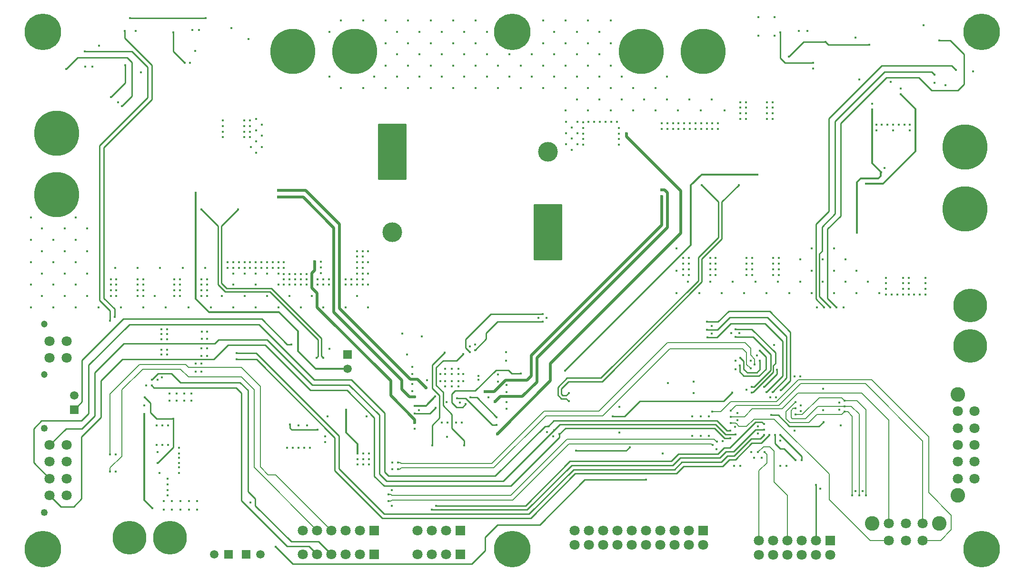
<source format=gbl>
G04*
G04 #@! TF.GenerationSoftware,Altium Limited,Altium Designer,24.10.1 (45)*
G04*
G04 Layer_Physical_Order=6*
G04 Layer_Color=16711680*
%FSLAX25Y25*%
%MOIN*%
G70*
G04*
G04 #@! TF.SameCoordinates,2ED57A9A-72F5-4DC9-83BB-2DC3BA24BD7A*
G04*
G04*
G04 #@! TF.FilePolarity,Positive*
G04*
G01*
G75*
%ADD10C,0.00984*%
%ADD11C,0.01181*%
%ADD15C,0.01000*%
%ADD122C,0.00800*%
%ADD123C,0.00800*%
%ADD124C,0.01968*%
%ADD125C,0.10236*%
%ADD126C,0.07087*%
%ADD127R,0.07087X0.07087*%
%ADD128C,0.05906*%
%ADD129R,0.05906X0.05906*%
%ADD130C,0.25591*%
G04:AMPARAMS|DCode=131|XSize=393.7mil|YSize=196.85mil|CornerRadius=1.97mil|HoleSize=0mil|Usage=FLASHONLY|Rotation=270.000|XOffset=0mil|YOffset=0mil|HoleType=Round|Shape=RoundedRectangle|*
%AMROUNDEDRECTD131*
21,1,0.39370,0.19291,0,0,270.0*
21,1,0.38976,0.19685,0,0,270.0*
1,1,0.00394,-0.09646,-0.19488*
1,1,0.00394,-0.09646,0.19488*
1,1,0.00394,0.09646,0.19488*
1,1,0.00394,0.09646,-0.19488*
%
%ADD131ROUNDEDRECTD131*%
%ADD132C,0.13780*%
%ADD133R,0.05906X0.05906*%
%ADD134C,0.04921*%
%ADD135C,0.23622*%
%ADD136C,0.31496*%
%ADD137C,0.04724*%
%ADD138C,0.01772*%
%ADD139C,0.02362*%
D10*
X73228Y373622D02*
Y378740D01*
Y373622D02*
X92279Y354571D01*
X78223Y364173D02*
X89130Y353267D01*
X45079Y364173D02*
X78223D01*
X89130Y331773D02*
Y353267D01*
X92279Y330468D02*
Y354571D01*
X55512Y298155D02*
X89130Y331773D01*
X55512Y190034D02*
Y298155D01*
X58661Y296850D02*
X92279Y330468D01*
X58661Y191339D02*
Y296850D01*
Y191339D02*
X66142Y183858D01*
X55512Y190034D02*
X62992Y182554D01*
Y175591D02*
Y182554D01*
X66142Y178347D02*
Y183858D01*
X165585Y148425D02*
X220329Y93681D01*
X151575Y148425D02*
X165585D01*
X151696Y152756D02*
X165354D01*
X223228Y94882D01*
X220329Y70616D02*
Y93681D01*
X223228Y71817D02*
Y94882D01*
Y71817D02*
X254744Y40301D01*
X220329Y70616D02*
X253543Y37402D01*
X480975Y169291D02*
X488229D01*
X496890Y177953D01*
X480859Y174803D02*
X488583D01*
X496063Y182283D01*
X497638Y173622D02*
X521654D01*
X481128Y163779D02*
X487795D01*
X497638Y173622D01*
X496063Y182283D02*
X524803D01*
X539370Y167717D01*
X521654Y173622D02*
X533858Y161417D01*
Y137008D02*
Y161417D01*
X539370Y133465D02*
Y167717D01*
X500787Y169685D02*
X512205D01*
X528740Y153150D01*
X500787Y164173D02*
X513262D01*
X525591Y151845D01*
X496890Y177953D02*
X523268D01*
X532677Y126772D02*
X539370Y133465D01*
X523268Y177953D02*
X536614Y164606D01*
X389370Y84646D02*
X424333D01*
X426772Y87084D01*
X603268Y354331D02*
X652362D01*
X655315Y351378D01*
X605062Y350000D02*
X638189D01*
X640158Y348031D01*
X661024Y341339D02*
Y362205D01*
X643701Y372047D02*
X651181D01*
X661024Y362205D01*
X656693Y337008D02*
X661024Y341339D01*
X638189Y337008D02*
X656693D01*
X629134Y346063D02*
X638189Y337008D01*
X606693Y346063D02*
X629134D01*
X566142Y317204D02*
X603268Y354331D01*
X570472Y315410D02*
X605062Y350000D01*
X574409Y313779D02*
X606693Y346063D01*
X566142Y252243D02*
Y317204D01*
X570472Y250450D02*
Y315410D01*
X574409Y248819D02*
Y313779D01*
X557087Y243188D02*
X566142Y252243D01*
X561417Y241394D02*
X570472Y250450D01*
X565354Y239764D02*
X574409Y248819D01*
X565354Y191339D02*
Y239764D01*
Y191339D02*
X571654Y185039D01*
X559630Y222622D02*
X561417Y224410D01*
Y241394D01*
X559630Y192732D02*
Y222622D01*
Y192732D02*
X567323Y185039D01*
X557087Y190945D02*
Y243188D01*
Y190945D02*
X562992Y185039D01*
X522441Y125591D02*
X533858Y137008D01*
X526772Y125591D02*
X536614Y135433D01*
Y164606D01*
X528740Y145669D02*
Y153150D01*
X527362Y144291D02*
X528740Y145669D01*
X527362Y139567D02*
Y144291D01*
X513340Y125544D02*
X527362Y139567D01*
X525591Y140945D02*
Y151845D01*
X520866Y129134D02*
X529921Y138189D01*
Y141339D01*
X488976Y234049D02*
Y258957D01*
X474803Y219876D02*
X488976Y234049D01*
X474803Y203734D02*
Y219876D01*
X477165Y202756D02*
Y218898D01*
X491339Y233071D02*
Y258957D01*
X477165Y218898D02*
X491339Y233071D01*
X384055Y125000D02*
X384055D01*
X382283Y123228D02*
X384055Y125000D01*
X382283Y120866D02*
X384055Y119095D01*
X378943Y120866D02*
X382283D01*
X379921Y123228D02*
X382283D01*
X376378Y123431D02*
X378943Y120866D01*
X378740Y124409D02*
X379921Y123228D01*
X376378Y123431D02*
Y128931D01*
X378740Y124409D02*
Y127953D01*
X376378Y128931D02*
X382880Y135433D01*
X378740Y127953D02*
X383858Y133071D01*
X382880Y135433D02*
X406502D01*
X383858Y133071D02*
X407480D01*
X406502Y135433D02*
X474803Y203734D01*
X407480Y133071D02*
X477165Y202756D01*
X491339Y258957D02*
X503051Y270669D01*
X477264D02*
X488976Y258957D01*
X512205Y125394D02*
X512355Y125544D01*
X513340D01*
X512205Y129134D02*
X513779D01*
X525591Y140945D01*
X506693Y137008D02*
X517323D01*
X522047Y141732D01*
Y150394D01*
X517913Y154528D02*
X522047Y150394D01*
X231890Y134252D02*
X255118Y111024D01*
X230315Y130709D02*
X251575Y109449D01*
Y68217D02*
X256406Y63386D01*
X228740Y126772D02*
X248031Y107480D01*
X255118Y69685D02*
X257874Y66929D01*
X255118Y69685D02*
Y111024D01*
X248031Y66750D02*
X254939Y59842D01*
X251575Y68217D02*
Y109449D01*
X248031Y66750D02*
Y107480D01*
X205906Y134252D02*
X231890D01*
X167323Y172835D02*
X205906Y134252D01*
X204438Y130709D02*
X230315D01*
X172942Y162205D02*
X204438Y130709D01*
X203364Y126772D02*
X228740D01*
X171474Y158661D02*
X203364Y126772D01*
X288189Y43307D02*
X355034D01*
X288583Y88189D02*
Y102362D01*
X293701Y107480D01*
Y123228D01*
X288583Y128347D02*
X293701Y123228D01*
X288583Y128347D02*
Y144488D01*
X297351Y153256D01*
X311024Y88189D02*
Y91732D01*
X302362Y100394D02*
Y109843D01*
Y100394D02*
X311024Y91732D01*
X296063Y116142D02*
X302362Y109843D01*
X296063Y116142D02*
Y125591D01*
X291339Y130315D02*
X296063Y125591D01*
X291339Y130315D02*
Y142913D01*
X296063Y147638D01*
X305512D01*
X310236Y152362D01*
X286811Y110433D02*
X290945Y114567D01*
X276181Y110433D02*
X286811D01*
X288189Y43307D02*
X288189Y43307D01*
X355034D02*
X386137Y74409D01*
X357480Y37402D02*
X388583Y68504D01*
X356279Y40301D02*
X387382Y71403D01*
X254744Y40301D02*
X356279Y40301D01*
X353893Y46063D02*
X384995Y77165D01*
X291339Y46063D02*
X353893Y46063D01*
X253543Y37402D02*
X357480Y37402D01*
X384995Y77165D02*
X455861Y77165D01*
X386137Y74409D02*
X457003Y74409D01*
X387382Y71403D02*
X458248Y71403D01*
X388583Y68504D02*
X459449Y68504D01*
X455861Y77165D02*
X460979Y82284D01*
X457003Y74409D02*
X462121Y79527D01*
X458248Y71403D02*
X463366Y76521D01*
X459449Y68504D02*
X464567Y73622D01*
X140945Y201969D02*
Y241831D01*
X152657Y253543D01*
X140945Y201969D02*
X144639Y198275D01*
X138583Y200990D02*
X143660Y195912D01*
X138583Y200990D02*
Y241831D01*
X126870Y253543D02*
X138583Y241831D01*
X143660Y195912D02*
X174954D01*
X208661Y162205D01*
X144639Y198275D02*
X175932D01*
X211024Y163183D01*
Y150787D02*
X212205Y149606D01*
X207480D02*
X208661Y150787D01*
Y162205D01*
X211024Y150787D02*
Y163183D01*
X169291Y176772D02*
X187008Y159055D01*
X189764D01*
X72047Y176772D02*
X169291D01*
X145669Y158661D02*
X171474D01*
X76378Y172835D02*
X167323D01*
X138976Y162205D02*
X172942D01*
X48031Y110630D02*
Y144488D01*
X42913Y94095D02*
X56693Y107874D01*
X52362Y139370D02*
X72441Y159449D01*
X43307Y100000D02*
X52362Y109055D01*
Y139370D01*
X56693Y107874D02*
Y133465D01*
X42913Y105512D02*
X48031Y110630D01*
Y144488D02*
X76378Y172835D01*
X56693Y133465D02*
X71653Y148425D01*
X37736Y113189D02*
Y113189D01*
X40197Y115650D02*
X40197D01*
X43307Y118760D02*
Y148031D01*
X40197Y115650D02*
X43307Y118760D01*
X37736Y113189D02*
X40197Y115650D01*
X43307Y148031D02*
X72047Y176772D01*
X37402Y45276D02*
X42913Y50787D01*
X20669Y53150D02*
X28543Y45276D01*
X37402D01*
X42913Y50787D02*
Y94095D01*
X32087Y100000D02*
X43307D01*
X20669Y88583D02*
X32087Y100000D01*
X72441Y159449D02*
X136221D01*
X138976Y162205D01*
X135433Y148425D02*
X145669Y158661D01*
X71653Y148425D02*
X135433D01*
X9449Y100000D02*
X14961Y105512D01*
X9449Y76181D02*
Y100000D01*
X14961Y105512D02*
X42913D01*
X9449Y76181D02*
X20669Y64961D01*
X343701Y59842D02*
X377690Y93831D01*
X254939Y59842D02*
X343701Y59842D01*
X332677Y66929D02*
X367499Y101751D01*
X257874Y66929D02*
X332677Y66929D01*
X367499Y101751D02*
X369861D01*
X256406Y63386D02*
X338189Y63386D01*
X373775Y98972D01*
X377690Y93831D02*
Y96193D01*
X369861Y101751D02*
X373622Y105512D01*
X487795Y105512D01*
X377690Y96193D02*
X381890Y100394D01*
X486221Y100394D01*
X373775Y98972D02*
X377809Y103006D01*
X486758Y103006D01*
X487795Y105512D02*
X494779Y98528D01*
X486758Y103006D02*
X493812Y95952D01*
X486221Y100394D02*
X493307Y93307D01*
X464567Y73622D02*
X491732D01*
X496457Y78347D01*
X500787D01*
X512205Y89764D01*
X557323Y21732D02*
Y60630D01*
X159449Y55905D02*
X164567Y50787D01*
Y46063D02*
X189764Y20866D01*
X164567Y46063D02*
Y50787D01*
X154995Y49730D02*
X187008Y17717D01*
X154995Y49730D02*
Y124927D01*
X159449Y55905D02*
Y126772D01*
X92126Y134252D02*
X96457Y138583D01*
X105905D01*
X112205Y132283D01*
X153937D02*
X159449Y126772D01*
X112205Y132283D02*
X153937D01*
X151181Y128740D02*
X154995Y124927D01*
X93701Y128740D02*
X151181D01*
X92126Y130315D02*
X93701Y128740D01*
X189764Y20866D02*
X208976D01*
X218032Y11811D01*
X187008Y17717D02*
X202126D01*
X208032Y11811D01*
X334252Y174966D02*
X365748D01*
X311811Y162598D02*
X329528Y180315D01*
X311811Y156641D02*
Y162598D01*
X329528Y180315D02*
X365748D01*
X311811Y156641D02*
X314967Y153484D01*
X326349Y167063D02*
X334252Y174966D01*
X326349Y162760D02*
Y167063D01*
X318446Y154857D02*
X326349Y162760D01*
X504331Y149606D02*
X506693Y147244D01*
X304528Y126575D02*
X318701D01*
X333071Y140945D01*
X341732D02*
X344094Y138583D01*
X333071Y140945D02*
X341732D01*
X344094Y138583D02*
X350394D01*
X302362Y124409D02*
X304528Y126575D01*
X302362Y118110D02*
Y124409D01*
Y118110D02*
X305512Y114961D01*
X309842D01*
X312008Y117126D01*
X311780Y121290D02*
X330512Y102559D01*
X333661D01*
X305906Y121290D02*
X311780D01*
X319799Y121933D02*
X333661Y108071D01*
X315342Y121933D02*
X319799D01*
X91339Y111417D02*
Y117913D01*
X87205Y122047D02*
X91339Y117913D01*
Y111417D02*
X95669Y107087D01*
X107087D01*
X96063Y75984D02*
X107087Y87008D01*
Y107087D01*
X188976Y100394D02*
X190059Y99311D01*
X208169D01*
X188976Y100394D02*
Y102756D01*
X188976Y102756D02*
X188976Y102756D01*
X462121Y79527D02*
X489724D01*
X463366Y76521D02*
X490969D01*
X460979Y82284D02*
X488583D01*
X489724Y79527D02*
X494055Y83858D01*
X490969Y76521D02*
X495300Y80852D01*
X488583Y82284D02*
X492913Y86614D01*
X496850D01*
X514961Y104724D01*
X519309D01*
X520884Y103149D01*
X494055Y83858D02*
X499606D01*
X514945Y99197D01*
X517709D02*
X517921Y99409D01*
X514945Y99197D02*
X517709D01*
X517921Y99409D02*
X520867D01*
X528543Y89567D02*
X532283Y85827D01*
X535039D01*
X542913Y77953D01*
X532283Y95669D02*
X547244Y80709D01*
Y77953D02*
Y80709D01*
X528543Y89567D02*
Y95669D01*
X494779Y98528D02*
X497104D01*
X497142Y98490D01*
X493307Y93307D02*
X497244D01*
X493812Y95952D02*
X500873D01*
X495300Y80852D02*
X499750D01*
X512205Y89764D02*
X518791D01*
X524697Y95669D01*
X499750Y80852D02*
X511811Y92913D01*
X518094D01*
X520850Y95669D01*
X525984Y109449D02*
X530709D01*
X538583Y101575D02*
X559252D01*
X530709Y109449D02*
X538583Y101575D01*
X503921Y144110D02*
X503937Y144095D01*
X517913Y141535D02*
Y147638D01*
X515748Y139370D02*
X517913Y141535D01*
X509055Y139370D02*
X515748D01*
X506693Y141732D02*
X509055Y139370D01*
X506693Y141732D02*
Y147244D01*
X503937Y139764D02*
X506693Y137008D01*
X503937Y139764D02*
Y144095D01*
X559252Y101575D02*
X562402Y104724D01*
D11*
X469685Y228740D02*
Y270472D01*
X381496Y140551D02*
X469685Y228740D01*
X477165Y277953D02*
X516142D01*
X469685Y270472D02*
X477165Y277953D01*
X585827Y237402D02*
Y272441D01*
X588583Y275197D01*
X600787D01*
X602643Y277052D01*
Y279415D01*
X602756Y279528D01*
X616535Y334252D02*
X626772Y324016D01*
Y294094D02*
Y324016D01*
X604331Y271654D02*
X626772Y294094D01*
X592126Y271654D02*
X604331D01*
X596457Y285827D02*
Y323622D01*
Y285827D02*
X602756Y279528D01*
X122835Y190945D02*
Y265354D01*
X132283Y181496D02*
X181102D01*
X122835Y190945D02*
X132283Y181496D01*
X194488Y154331D02*
Y168110D01*
Y154331D02*
X206850Y141969D01*
X181102Y181496D02*
X194488Y168110D01*
X206850Y141969D02*
X229331D01*
X284055Y115945D02*
X290551Y122441D01*
X276181Y115945D02*
X284055D01*
X87008Y49803D02*
Y110236D01*
Y49803D02*
X92520Y44291D01*
X228346Y97244D02*
X236221Y89370D01*
X228346Y97244D02*
Y113386D01*
X236221Y82677D02*
Y89370D01*
D15*
X363779Y32677D02*
X395276Y64173D01*
X334252Y32677D02*
X363779D01*
X395276Y64173D02*
X438189D01*
X325590Y24016D02*
X334252Y32677D01*
X325590Y14567D02*
Y24016D01*
X316142Y5118D02*
X325590Y14567D01*
X190945Y5118D02*
X316142D01*
X178740Y17323D02*
X190945Y5118D01*
X414961Y108661D02*
X423228D01*
X433858Y119291D01*
X492520D01*
X498425Y125197D01*
X107087Y364173D02*
X115157Y356102D01*
X107087Y364173D02*
Y377559D01*
X76968Y387598D02*
X129724D01*
X565748Y368898D02*
X594488D01*
X563779Y370866D02*
X565748Y368898D01*
X535465Y356267D02*
X555283D01*
X532283Y359449D02*
X535465Y356267D01*
X532283Y359449D02*
Y377559D01*
X538189Y360630D02*
X548425Y370866D01*
X563779D01*
X40157Y359842D02*
X75005D01*
X32283Y351969D02*
X40157Y359842D01*
X75005D02*
X78347Y356501D01*
Y333071D02*
Y356501D01*
X71260Y325984D02*
X78347Y333071D01*
X63681Y332382D02*
X73622Y342323D01*
Y354724D01*
D122*
X265988Y71653D02*
X266775Y72441D01*
X264413Y71653D02*
X265988D01*
X265988Y76378D02*
X266775Y75590D01*
X264413Y76378D02*
X265988D01*
X257874Y53937D02*
X259449D01*
X260236Y53150D01*
X343577D01*
X257874Y49213D02*
X259449D01*
X260236Y50000D01*
X344882D01*
X343577Y53150D02*
X382947Y92520D01*
X344882Y50000D02*
X384252Y89370D01*
X382947Y92520D02*
X485957Y92520D01*
X384252Y89370D02*
X483968Y89370D01*
X592126Y53150D02*
Y113386D01*
X585827Y119685D02*
X592126Y113386D01*
X577165Y119685D02*
X585827D01*
X587402Y53150D02*
Y110236D01*
X581890Y115748D02*
X587402Y110236D01*
X577165Y115748D02*
X581890D01*
X582677Y53150D02*
Y108661D01*
X579528Y111811D02*
X582677Y108661D01*
X577165Y111811D02*
X579528D01*
X536221Y111811D02*
X542913Y118504D01*
X536221Y107087D02*
Y111811D01*
X539764Y107874D02*
X540551Y107087D01*
X539764Y107874D02*
Y112598D01*
X541339Y114173D01*
X540551Y107087D02*
X550000D01*
X484787Y88551D02*
X484922D01*
X483968Y89370D02*
X484787Y88551D01*
X83465Y144882D02*
X115748D01*
X117717Y142913D01*
X154724D01*
X168110Y129527D01*
Y73228D02*
Y129527D01*
Y73228D02*
X173622Y67716D01*
X178858D01*
X218032Y28543D01*
X163779Y72795D02*
Y127165D01*
Y72795D02*
X208032Y28543D01*
X154724Y136221D02*
X163779Y127165D01*
X117717Y136221D02*
X154724D01*
X112205Y141732D02*
X117717Y136221D01*
X85827Y141732D02*
X112205D01*
X62992Y124409D02*
X83465Y144882D01*
X71260Y127165D02*
X85827Y141732D01*
X71260Y80709D02*
Y127165D01*
X62992Y72441D02*
X71260Y80709D01*
X62992Y70079D02*
Y72441D01*
Y81890D02*
Y124409D01*
X485957Y92520D02*
X487532Y90945D01*
X487795D01*
X575197Y121653D02*
X577165Y119685D01*
X559449Y121653D02*
X575197D01*
X547638Y109843D02*
X559449Y121653D01*
X575197Y109843D02*
X577165Y111811D01*
X557874Y109843D02*
X575197D01*
X550000Y107087D02*
X558661Y115748D01*
X577140D01*
X552362Y104331D02*
X557874Y109843D01*
X538976Y104331D02*
X552362D01*
X536221Y107087D02*
X538976Y104331D01*
X541339Y114173D02*
X542913D01*
Y109843D02*
X542913Y109843D01*
X547638D01*
D123*
X368110Y109055D02*
X407874D01*
X454879Y156060D02*
X505751D01*
X366806Y112205D02*
X405118D01*
X407874Y109055D02*
X454879Y156060D01*
X453150Y160236D02*
X507480D01*
X405118Y112205D02*
X453150Y160236D01*
X330191Y75590D02*
X366806Y112205D01*
X266775Y75590D02*
X330191D01*
X331496Y72441D02*
X368110Y109055D01*
X266775Y72441D02*
X331496D01*
X527953Y106693D02*
X566535Y68110D01*
Y50394D02*
Y68110D01*
Y50394D02*
X595276Y21654D01*
X631890Y33465D02*
Y91339D01*
X546457Y131496D02*
X591732D01*
X544488Y124803D02*
X589370D01*
X544882Y134252D02*
X596063D01*
X608268Y33465D02*
Y105905D01*
X636221Y55118D02*
Y94095D01*
X596063Y134252D02*
X636221Y94095D01*
X591732Y131496D02*
X631890Y91339D01*
X589370Y124803D02*
X608268Y105905D01*
X631890Y21654D02*
X644488D01*
X651968Y29134D01*
Y39370D01*
X636221Y55118D02*
X651968Y39370D01*
X529528Y118898D02*
X544882Y134252D01*
X497638Y118898D02*
X529528D01*
X490535Y111795D02*
X497638Y118898D01*
X531102Y116142D02*
X546457Y131496D01*
X501181Y116142D02*
X531102D01*
X497638Y112598D02*
X501181Y116142D01*
X512598Y113779D02*
X533465D01*
X544488Y124803D01*
X484646Y111795D02*
X490535D01*
X507102Y108283D02*
X512598Y113779D01*
X497638Y108268D02*
X497653Y108283D01*
X507102D01*
X595276Y21654D02*
X608268D01*
X513779Y106693D02*
X527953D01*
X508661Y101575D02*
X513779Y106693D01*
X503363Y101575D02*
X508661D01*
X501379Y103559D02*
X503363Y101575D01*
X501346Y103559D02*
X501379D01*
X500968Y103937D02*
X501346Y103559D01*
X497638Y103937D02*
X500968D01*
X507480Y160236D02*
X511417Y156299D01*
Y151485D02*
Y156299D01*
X517323Y70473D02*
X522835Y75984D01*
X521260Y83465D02*
X522835Y81890D01*
Y75984D02*
Y81890D01*
X517323Y21732D02*
Y70473D01*
X527867Y62684D02*
X537323Y53228D01*
Y21732D02*
Y53228D01*
X527867Y62684D02*
Y84338D01*
X520472Y87402D02*
X524803D01*
X527867Y84338D01*
X516535Y83465D02*
X520472Y87402D01*
X505751Y156060D02*
X508661Y153150D01*
Y144882D02*
X511417Y142126D01*
X508661Y144882D02*
Y153150D01*
X511417Y151485D02*
X514173Y148729D01*
Y144882D02*
Y148729D01*
D124*
X207874Y185039D02*
Y194882D01*
X259449Y123106D02*
Y133465D01*
X207874Y185039D02*
X259449Y133465D01*
Y123106D02*
X276181Y106374D01*
X219685Y181496D02*
X267323Y133858D01*
X219685Y181496D02*
Y240716D01*
X223622Y184252D02*
Y243307D01*
X273228Y134646D02*
X278346D01*
X223622Y184252D02*
X273228Y134646D01*
X267323Y127559D02*
Y133858D01*
X276181Y104134D02*
Y106374D01*
X267323Y127559D02*
X272638Y122244D01*
X276095D01*
X204331Y198425D02*
X207874Y194882D01*
X334055Y96260D02*
X371260Y133465D01*
Y145669D01*
X336221Y122441D02*
X351575D01*
X332677Y118898D02*
X336221Y122441D01*
X351575D02*
X361811Y132677D01*
Y149583D01*
X339839Y133858D02*
X354724D01*
X325590Y125984D02*
X331965D01*
X339839Y133858D01*
X354724D02*
X357874Y137008D01*
Y151214D01*
X361811Y149583D02*
X453150Y240922D01*
X357874Y151214D02*
X449213Y242552D01*
X371260Y145669D02*
X462598Y237008D01*
X451289Y267215D02*
X453150Y265354D01*
X449213Y267215D02*
X451289D01*
X453150Y240922D02*
Y265354D01*
X278346Y134646D02*
X284252Y128740D01*
X198088Y262313D02*
X219685Y240716D01*
X200000Y266929D02*
X223622Y243307D01*
X449213Y242552D02*
Y262598D01*
X462598Y237008D02*
Y266535D01*
X424606Y304528D02*
X462598Y266535D01*
X424606Y304528D02*
Y306693D01*
X180709Y262313D02*
X198088D01*
X180709Y266929D02*
X200000D01*
X204331Y198425D02*
Y209055D01*
X206299Y211024D01*
Y216929D01*
D125*
X656496Y124016D02*
D03*
Y53150D02*
D03*
X643701Y33465D02*
D03*
X596457D02*
D03*
D126*
X656496Y112205D02*
D03*
Y100394D02*
D03*
Y88583D02*
D03*
Y76772D02*
D03*
Y64961D02*
D03*
X668307Y112205D02*
D03*
Y100394D02*
D03*
Y88583D02*
D03*
Y76772D02*
D03*
Y64961D02*
D03*
X631890Y33465D02*
D03*
X620079D02*
D03*
X608268D02*
D03*
X631890Y21654D02*
D03*
X620079D02*
D03*
X608268D02*
D03*
X288307Y11811D02*
D03*
X298307D02*
D03*
X278307D02*
D03*
X288307Y28543D02*
D03*
X298307D02*
D03*
X278307D02*
D03*
X517323Y21732D02*
D03*
X527323D02*
D03*
X537323D02*
D03*
X557323D02*
D03*
X547323D02*
D03*
X567323Y11732D02*
D03*
X557323D02*
D03*
X547323D02*
D03*
X537323D02*
D03*
X527323D02*
D03*
X517323D02*
D03*
X198031Y28543D02*
D03*
X208032D02*
D03*
X218032D02*
D03*
X238032D02*
D03*
X228031D02*
D03*
X198031Y11811D02*
D03*
X208032D02*
D03*
X218032D02*
D03*
X238032D02*
D03*
X228031D02*
D03*
X388071Y18622D02*
D03*
Y28622D02*
D03*
X398071Y18622D02*
D03*
Y28622D02*
D03*
X408071Y18622D02*
D03*
Y28622D02*
D03*
X418071Y18622D02*
D03*
Y28622D02*
D03*
X428071Y18622D02*
D03*
Y28622D02*
D03*
X438071Y18622D02*
D03*
Y28622D02*
D03*
X448071Y18622D02*
D03*
Y28622D02*
D03*
X458071Y18622D02*
D03*
Y28622D02*
D03*
X468071Y18622D02*
D03*
Y28622D02*
D03*
X478071Y18622D02*
D03*
X20669Y88583D02*
D03*
X32480Y53150D02*
D03*
Y76772D02*
D03*
Y88583D02*
D03*
X20669Y53150D02*
D03*
Y64961D02*
D03*
Y76772D02*
D03*
X32480Y64961D02*
D03*
Y149606D02*
D03*
Y161417D02*
D03*
X20669Y149606D02*
D03*
Y161417D02*
D03*
D127*
X308307Y11811D02*
D03*
Y28543D02*
D03*
X567323Y21732D02*
D03*
X248031Y28543D02*
D03*
Y11811D02*
D03*
X478071Y28622D02*
D03*
D128*
X135984Y11811D02*
D03*
X168150D02*
D03*
X37736Y123189D02*
D03*
X229331Y141969D02*
D03*
D129*
X145984Y11811D02*
D03*
X158150D02*
D03*
D130*
X344488Y377953D02*
D03*
Y15748D02*
D03*
X673228D02*
D03*
X15748D02*
D03*
X673228Y377953D02*
D03*
X15748Y377953D02*
D03*
D131*
X369488Y237598D02*
D03*
X260433Y293898D02*
D03*
D132*
X369488D02*
D03*
X260433Y237598D02*
D03*
D133*
X37736Y113189D02*
D03*
X229331Y151969D02*
D03*
D134*
X16929Y100394D02*
D03*
Y41339D02*
D03*
D135*
X76378Y23622D02*
D03*
X104724D02*
D03*
X665354Y186417D02*
D03*
Y158071D02*
D03*
D136*
X661417Y297244D02*
D03*
Y253937D02*
D03*
X435039Y364134D02*
D03*
X478346D02*
D03*
X190945Y364173D02*
D03*
X234252D02*
D03*
X25591Y307087D02*
D03*
Y263779D02*
D03*
D137*
X16969Y137795D02*
D03*
Y173228D02*
D03*
D138*
X178740Y17323D02*
D03*
X438189Y64173D02*
D03*
X414961Y108661D02*
D03*
X62992Y175591D02*
D03*
X66142Y178347D02*
D03*
X151575Y148425D02*
D03*
Y152756D02*
D03*
X498032Y166929D02*
D03*
X503543D02*
D03*
X484135Y172047D02*
D03*
X484252Y166535D02*
D03*
X480921Y174803D02*
D03*
X480975Y169291D02*
D03*
X481128Y163779D02*
D03*
X500787Y169685D02*
D03*
Y164173D02*
D03*
X532677Y126772D02*
D03*
X389370Y84646D02*
D03*
X426772Y87084D02*
D03*
X655315Y351378D02*
D03*
X576378Y185039D02*
D03*
X557874D02*
D03*
X562992D02*
D03*
X529921Y141339D02*
D03*
X640158Y348031D02*
D03*
X571654Y185039D02*
D03*
X567323D02*
D03*
X129724Y387598D02*
D03*
X516142Y277953D02*
D03*
X381496Y140551D02*
D03*
X384055Y119095D02*
D03*
Y125000D02*
D03*
X538189Y360630D02*
D03*
X643701Y372047D02*
D03*
X585827Y237402D02*
D03*
X592126Y271654D02*
D03*
X299016Y94291D02*
D03*
X288583Y88189D02*
D03*
X311024D02*
D03*
X290945Y114567D02*
D03*
X285039Y133858D02*
D03*
X288307Y43307D02*
D03*
X291339Y46063D02*
D03*
X172835Y212598D02*
D03*
Y216535D02*
D03*
Y208661D02*
D03*
X122835Y265354D02*
D03*
X207480Y149606D02*
D03*
X212205D02*
D03*
X189764Y159055D02*
D03*
X98819Y151969D02*
D03*
Y155118D02*
D03*
Y162598D02*
D03*
Y166142D02*
D03*
Y169685D02*
D03*
X260630Y76378D02*
D03*
Y71653D02*
D03*
X260236Y46063D02*
D03*
Y57087D02*
D03*
X131004Y167913D02*
D03*
X127067D02*
D03*
X264413Y71653D02*
D03*
Y76378D02*
D03*
X257874Y53937D02*
D03*
Y49213D02*
D03*
X373205Y94465D02*
D03*
X368898Y97638D02*
D03*
X369861Y101751D02*
D03*
X377690Y96193D02*
D03*
X373775Y98972D02*
D03*
X589764Y56299D02*
D03*
X585039D02*
D03*
X592126Y53150D02*
D03*
X587402D02*
D03*
X582677D02*
D03*
X560236Y57874D02*
D03*
X557323Y60630D02*
D03*
X562205Y127953D02*
D03*
X102756Y169685D02*
D03*
Y166142D02*
D03*
Y162598D02*
D03*
Y155118D02*
D03*
Y151969D02*
D03*
X88189Y130315D02*
D03*
X96063Y134252D02*
D03*
X92126D02*
D03*
Y130315D02*
D03*
X66929Y81890D02*
D03*
Y70079D02*
D03*
X62992Y81890D02*
D03*
Y70079D02*
D03*
X216535Y155905D02*
D03*
X362992Y177559D02*
D03*
X368504D02*
D03*
X365748Y180315D02*
D03*
Y174966D02*
D03*
X208268Y200787D02*
D03*
X239764Y224410D02*
D03*
X235827Y220472D02*
D03*
X239764Y216535D02*
D03*
X235827Y212598D02*
D03*
X239764Y208661D02*
D03*
Y200787D02*
D03*
X235827D02*
D03*
Y204724D02*
D03*
X231890Y200787D02*
D03*
X216142D02*
D03*
X184646Y208268D02*
D03*
Y204724D02*
D03*
Y200787D02*
D03*
X188583D02*
D03*
X192520D02*
D03*
X200394D02*
D03*
Y208268D02*
D03*
X87205Y122047D02*
D03*
X124016Y43307D02*
D03*
X118110D02*
D03*
X112205D02*
D03*
X106299D02*
D03*
X100394D02*
D03*
X100394Y49213D02*
D03*
X106299D02*
D03*
X112205D02*
D03*
X118110D02*
D03*
X124016D02*
D03*
X542913Y77953D02*
D03*
X547244D02*
D03*
X487402Y85433D02*
D03*
X484922Y88551D02*
D03*
X487795Y90945D02*
D03*
X519291Y79528D02*
D03*
X516535Y83465D02*
D03*
X521260D02*
D03*
X513779Y79528D02*
D03*
X511811Y83465D02*
D03*
X504331Y149606D02*
D03*
X503937Y144095D02*
D03*
X573622Y113386D02*
D03*
Y118110D02*
D03*
X577165Y111811D02*
D03*
Y115748D02*
D03*
Y119685D02*
D03*
X562402Y104724D02*
D03*
X525984Y109449D02*
D03*
X419685Y97244D02*
D03*
Y115354D02*
D03*
X484646Y111795D02*
D03*
X502362Y105905D02*
D03*
Y111024D02*
D03*
X497638Y108268D02*
D03*
Y112598D02*
D03*
Y103937D02*
D03*
X500873Y95952D02*
D03*
X515945Y151181D02*
D03*
X517913Y154528D02*
D03*
Y147638D02*
D03*
X527756Y158661D02*
D03*
X562205Y112992D02*
D03*
X546457Y116142D02*
D03*
Y112205D02*
D03*
X542913Y109843D02*
D03*
Y118504D02*
D03*
Y114173D02*
D03*
X532283Y91732D02*
D03*
X516535Y96457D02*
D03*
Y101575D02*
D03*
X520884Y103149D02*
D03*
X520867Y99409D02*
D03*
X574409Y102362D02*
D03*
X542323Y98425D02*
D03*
X520850Y95669D02*
D03*
X524697D02*
D03*
X528543D02*
D03*
X532283D02*
D03*
X520866Y129134D02*
D03*
X500394Y101181D02*
D03*
X497142Y98490D02*
D03*
X497244Y93307D02*
D03*
X491732Y91339D02*
D03*
X161221Y48228D02*
D03*
X511417Y147638D02*
D03*
X508661Y127165D02*
D03*
X529134Y122047D02*
D03*
X525197D02*
D03*
X526772Y125591D02*
D03*
X522441D02*
D03*
X512205Y125394D02*
D03*
Y129134D02*
D03*
X514173Y144882D02*
D03*
X511417Y142126D02*
D03*
X450000Y82677D02*
D03*
X453543Y131890D02*
D03*
X471654Y133071D02*
D03*
Y124803D02*
D03*
X498425Y125197D02*
D03*
X202756Y86614D02*
D03*
X198819D02*
D03*
X194882D02*
D03*
X190945D02*
D03*
X187008D02*
D03*
X504134Y74016D02*
D03*
X499803D02*
D03*
X532283D02*
D03*
X536614D02*
D03*
X542323Y136614D02*
D03*
X546063D02*
D03*
X500984Y147638D02*
D03*
Y141732D02*
D03*
X482283Y108661D02*
D03*
X476378D02*
D03*
X470472D02*
D03*
X482283Y94882D02*
D03*
X476378D02*
D03*
X470472D02*
D03*
X350394Y138583D02*
D03*
X281102Y164567D02*
D03*
X270866Y151772D02*
D03*
X318440Y158853D02*
D03*
X318446Y154857D02*
D03*
X314961Y157480D02*
D03*
X297351Y153256D02*
D03*
X310236Y152362D02*
D03*
X314967Y153484D02*
D03*
X333661Y102559D02*
D03*
X333661Y108071D02*
D03*
X276181Y100000D02*
D03*
X279134Y112992D02*
D03*
X276181Y110433D02*
D03*
X276181Y115945D02*
D03*
X228346Y113386D02*
D03*
X244094Y78740D02*
D03*
X236221D02*
D03*
X240158D02*
D03*
Y82677D02*
D03*
Y74803D02*
D03*
X236221D02*
D03*
X244094D02*
D03*
Y82677D02*
D03*
X236221D02*
D03*
X242638Y108543D02*
D03*
X215158Y108465D02*
D03*
X213583Y90551D02*
D03*
Y94488D02*
D03*
X194882Y102362D02*
D03*
X200787D02*
D03*
X188976Y102756D02*
D03*
X208169Y99311D02*
D03*
X92520Y44291D02*
D03*
X95669Y102362D02*
D03*
X99606D02*
D03*
X103543D02*
D03*
Y88583D02*
D03*
X99606D02*
D03*
X95669D02*
D03*
X103347Y53150D02*
D03*
Y57087D02*
D03*
X87008Y116142D02*
D03*
Y110236D02*
D03*
X99213Y135827D02*
D03*
X96063Y75984D02*
D03*
Y83465D02*
D03*
X97441Y68898D02*
D03*
X127067Y162795D02*
D03*
X131004D02*
D03*
X126969Y156102D02*
D03*
X130905D02*
D03*
Y150984D02*
D03*
X126969D02*
D03*
X123031Y145669D02*
D03*
X126969D02*
D03*
Y139764D02*
D03*
X123031D02*
D03*
X114764Y124606D02*
D03*
Y119488D02*
D03*
X109646D02*
D03*
Y124606D02*
D03*
X104527Y119488D02*
D03*
Y124606D02*
D03*
X119882Y119488D02*
D03*
Y124606D02*
D03*
X107087Y107087D02*
D03*
X103347Y61024D02*
D03*
Y64961D02*
D03*
X111221Y68898D02*
D03*
Y72835D02*
D03*
Y75787D02*
D03*
Y79724D02*
D03*
Y82677D02*
D03*
Y86614D02*
D03*
X327953Y122047D02*
D03*
X315342Y121933D02*
D03*
X305906Y121290D02*
D03*
X307874Y118110D02*
D03*
X340158Y153543D02*
D03*
Y147638D02*
D03*
X267520Y166732D02*
D03*
X298622Y118504D02*
D03*
X312008Y117126D02*
D03*
X320866Y134252D02*
D03*
Y137008D02*
D03*
X274606Y126378D02*
D03*
Y131299D02*
D03*
Y138189D02*
D03*
Y143110D02*
D03*
X340551Y118701D02*
D03*
Y113779D02*
D03*
Y130512D02*
D03*
Y125591D02*
D03*
X334646Y137795D02*
D03*
Y132874D02*
D03*
X309055Y104331D02*
D03*
X305118D02*
D03*
X299213D02*
D03*
X295276D02*
D03*
X290551Y122441D02*
D03*
X297598Y129724D02*
D03*
Y133405D02*
D03*
X294094D02*
D03*
X297598Y141929D02*
D03*
Y138248D02*
D03*
X294094D02*
D03*
X306732Y141929D02*
D03*
Y138248D02*
D03*
X310236D02*
D03*
X306732Y129724D02*
D03*
Y133405D02*
D03*
X310236D02*
D03*
X302165Y141929D02*
D03*
Y138248D02*
D03*
Y129724D02*
D03*
Y133405D02*
D03*
X632677Y382480D02*
D03*
X122441Y364567D02*
D03*
X147835Y380512D02*
D03*
X107087Y377559D02*
D03*
X76968Y387598D02*
D03*
X63681Y332382D02*
D03*
X32283Y351969D02*
D03*
X73622Y354724D02*
D03*
X80709Y378740D02*
D03*
X73228D02*
D03*
X45079Y364173D02*
D03*
X55118Y368110D02*
D03*
X647835Y340748D02*
D03*
X667323Y350394D02*
D03*
X640158Y342126D02*
D03*
X616535Y338189D02*
D03*
Y334252D02*
D03*
X555283Y352362D02*
D03*
Y356267D02*
D03*
X382283Y299213D02*
D03*
Y307087D02*
D03*
Y314961D02*
D03*
X394094Y314567D02*
D03*
Y310630D02*
D03*
Y306693D02*
D03*
Y298819D02*
D03*
X419291D02*
D03*
X421260Y346457D02*
D03*
X216535Y377953D02*
D03*
Y346457D02*
D03*
X248031D02*
D03*
X224409Y338583D02*
D03*
X240157D02*
D03*
X224409Y385827D02*
D03*
X240157D02*
D03*
X263779Y346457D02*
D03*
Y362205D02*
D03*
Y377953D02*
D03*
X279527Y346457D02*
D03*
Y362205D02*
D03*
Y377953D02*
D03*
X295275Y346457D02*
D03*
Y362205D02*
D03*
Y377953D02*
D03*
X311024Y346457D02*
D03*
Y362205D02*
D03*
Y377953D02*
D03*
X326772Y346457D02*
D03*
Y362205D02*
D03*
Y377953D02*
D03*
X342520Y346457D02*
D03*
Y362205D02*
D03*
X358268Y346457D02*
D03*
Y362205D02*
D03*
X374016Y346457D02*
D03*
Y362205D02*
D03*
Y377953D02*
D03*
X255905Y338583D02*
D03*
Y354331D02*
D03*
Y370079D02*
D03*
Y385827D02*
D03*
X271654Y338583D02*
D03*
Y354331D02*
D03*
Y370079D02*
D03*
Y385827D02*
D03*
X287402Y338583D02*
D03*
Y354331D02*
D03*
Y370079D02*
D03*
Y385827D02*
D03*
X303150Y338583D02*
D03*
Y354331D02*
D03*
Y370079D02*
D03*
Y385827D02*
D03*
X318898Y338583D02*
D03*
Y354331D02*
D03*
Y370079D02*
D03*
Y385827D02*
D03*
X334646Y338583D02*
D03*
Y354331D02*
D03*
X350394Y338583D02*
D03*
Y354331D02*
D03*
X366142Y338583D02*
D03*
Y354331D02*
D03*
Y370079D02*
D03*
Y385827D02*
D03*
X551181Y378740D02*
D03*
X545276D02*
D03*
X594488Y368898D02*
D03*
X528346Y375197D02*
D03*
X516929D02*
D03*
X528346Y388189D02*
D03*
X516929D02*
D03*
X532283Y377559D02*
D03*
X563779Y370866D02*
D03*
X605118Y282677D02*
D03*
X602756Y279528D02*
D03*
X596457Y327559D02*
D03*
Y323622D02*
D03*
X587402Y344488D02*
D03*
X609449Y342913D02*
D03*
X585039Y374016D02*
D03*
X623032Y309055D02*
D03*
Y312992D02*
D03*
X619095D02*
D03*
X615158D02*
D03*
X611221Y309055D02*
D03*
Y312992D02*
D03*
X607283D02*
D03*
X603346D02*
D03*
X599409D02*
D03*
Y309055D02*
D03*
X622047Y205709D02*
D03*
X618110D02*
D03*
X622047Y201772D02*
D03*
X618110D02*
D03*
X622047Y197835D02*
D03*
X618110D02*
D03*
X606299Y205709D02*
D03*
Y201772D02*
D03*
Y197835D02*
D03*
X633858Y205709D02*
D03*
Y201772D02*
D03*
Y197835D02*
D03*
Y193898D02*
D03*
X629921D02*
D03*
X625984D02*
D03*
X622047D02*
D03*
X618110D02*
D03*
X614173D02*
D03*
X610236D02*
D03*
X606299D02*
D03*
X569882Y226378D02*
D03*
X554134D02*
D03*
X585630Y210630D02*
D03*
X577756Y218504D02*
D03*
X569882Y210630D02*
D03*
X562008Y218504D02*
D03*
X546260D02*
D03*
X554134Y210630D02*
D03*
X467520Y202756D02*
D03*
X483268D02*
D03*
X499016D02*
D03*
X514764D02*
D03*
X530512D02*
D03*
X546260D02*
D03*
X562008D02*
D03*
X577756D02*
D03*
X593504D02*
D03*
X601378Y194882D02*
D03*
X585630D02*
D03*
X569882D02*
D03*
X554134D02*
D03*
X538386D02*
D03*
X522638D02*
D03*
X506890D02*
D03*
X491142D02*
D03*
X475394D02*
D03*
X459646Y226378D02*
D03*
Y210630D02*
D03*
Y194882D02*
D03*
X46850Y240158D02*
D03*
Y224410D02*
D03*
Y208661D02*
D03*
Y192913D02*
D03*
X31102Y240158D02*
D03*
Y192913D02*
D03*
Y208661D02*
D03*
Y224410D02*
D03*
X38976Y248031D02*
D03*
Y232283D02*
D03*
Y216535D02*
D03*
Y200787D02*
D03*
X7480Y248031D02*
D03*
Y232283D02*
D03*
Y216535D02*
D03*
Y200787D02*
D03*
X15354Y240158D02*
D03*
Y224410D02*
D03*
Y208661D02*
D03*
X23228Y232283D02*
D03*
Y216535D02*
D03*
Y200787D02*
D03*
X15354Y192913D02*
D03*
X7480Y185039D02*
D03*
X23228D02*
D03*
X38976D02*
D03*
X120472Y379134D02*
D03*
X125197D02*
D03*
X50394Y353543D02*
D03*
X45669D02*
D03*
X68504Y328740D02*
D03*
X71260Y325984D02*
D03*
X84646Y349606D02*
D03*
X159843Y372835D02*
D03*
X413386Y385827D02*
D03*
X381890D02*
D03*
X397638D02*
D03*
X413386Y370079D02*
D03*
X381890D02*
D03*
X397638D02*
D03*
X405512Y377953D02*
D03*
X389764D02*
D03*
X405512Y362205D02*
D03*
X389764D02*
D03*
X405512Y346457D02*
D03*
X413386Y354331D02*
D03*
X397638D02*
D03*
X389764Y346457D02*
D03*
X381890Y354331D02*
D03*
X452756Y346457D02*
D03*
X444882Y338583D02*
D03*
X429134D02*
D03*
X413386D02*
D03*
X397638D02*
D03*
X381890D02*
D03*
X484252Y330709D02*
D03*
X468504D02*
D03*
X452756D02*
D03*
X437008D02*
D03*
X421260D02*
D03*
X405512D02*
D03*
X389764D02*
D03*
X493110Y322835D02*
D03*
X476378D02*
D03*
X460630D02*
D03*
X444882D02*
D03*
X429134D02*
D03*
X413386D02*
D03*
X397638D02*
D03*
X381890D02*
D03*
X419291Y302756D02*
D03*
X386221Y295276D02*
D03*
X390158Y299213D02*
D03*
Y307087D02*
D03*
Y314961D02*
D03*
X394094Y302756D02*
D03*
X386221Y303150D02*
D03*
Y311024D02*
D03*
X398031Y314961D02*
D03*
X413779D02*
D03*
X405905D02*
D03*
X417717D02*
D03*
X419291Y306693D02*
D03*
Y310630D02*
D03*
X409842Y314961D02*
D03*
X401968D02*
D03*
X161417Y297244D02*
D03*
X156890Y315945D02*
D03*
Y312008D02*
D03*
Y308071D02*
D03*
Y304134D02*
D03*
X160827D02*
D03*
Y308071D02*
D03*
Y312008D02*
D03*
Y315945D02*
D03*
X141929Y312008D02*
D03*
Y308071D02*
D03*
Y304134D02*
D03*
Y315945D02*
D03*
X512401Y207677D02*
D03*
Y211614D02*
D03*
Y215551D02*
D03*
Y219488D02*
D03*
X508464D02*
D03*
Y215551D02*
D03*
Y211614D02*
D03*
Y207677D02*
D03*
X527362Y211614D02*
D03*
Y215551D02*
D03*
Y219488D02*
D03*
X531299D02*
D03*
Y215551D02*
D03*
Y211614D02*
D03*
Y207677D02*
D03*
X527362D02*
D03*
X468111Y207677D02*
D03*
Y211614D02*
D03*
Y215551D02*
D03*
Y219488D02*
D03*
X464174D02*
D03*
Y215551D02*
D03*
Y211614D02*
D03*
Y207677D02*
D03*
X483071Y211614D02*
D03*
Y215551D02*
D03*
Y219488D02*
D03*
X487008D02*
D03*
Y215551D02*
D03*
Y211614D02*
D03*
Y207677D02*
D03*
X483071D02*
D03*
X523031Y328740D02*
D03*
Y324803D02*
D03*
Y320866D02*
D03*
Y316929D02*
D03*
X526968D02*
D03*
Y320866D02*
D03*
Y324803D02*
D03*
Y328740D02*
D03*
X508071Y324803D02*
D03*
Y320866D02*
D03*
Y316929D02*
D03*
X504134D02*
D03*
Y320866D02*
D03*
Y324803D02*
D03*
Y328740D02*
D03*
X508071D02*
D03*
X449213Y313976D02*
D03*
X464961D02*
D03*
X480709D02*
D03*
X488583D02*
D03*
Y310039D02*
D03*
X480709D02*
D03*
X476772D02*
D03*
X484646D02*
D03*
X472835D02*
D03*
X468898D02*
D03*
X464961D02*
D03*
X461024D02*
D03*
X457087D02*
D03*
X453150D02*
D03*
X449213D02*
D03*
X476772Y313976D02*
D03*
X461024D02*
D03*
X484646D02*
D03*
X468898D02*
D03*
X472835D02*
D03*
X453150D02*
D03*
X457087D02*
D03*
X477264Y270669D02*
D03*
X503051D02*
D03*
X118898Y356102D02*
D03*
X115157Y356102D02*
D03*
X176772Y212598D02*
D03*
X180709D02*
D03*
X161024D02*
D03*
X164961D02*
D03*
X149213D02*
D03*
X66535D02*
D03*
X82284D02*
D03*
X98032D02*
D03*
X113779D02*
D03*
X129528D02*
D03*
X126772Y192913D02*
D03*
X130709D02*
D03*
Y196850D02*
D03*
Y200787D02*
D03*
Y204724D02*
D03*
X126772D02*
D03*
Y200787D02*
D03*
Y196850D02*
D03*
X107874Y192913D02*
D03*
Y196850D02*
D03*
Y200787D02*
D03*
Y204724D02*
D03*
X111811D02*
D03*
Y200787D02*
D03*
Y196850D02*
D03*
Y192913D02*
D03*
X86221D02*
D03*
Y196850D02*
D03*
Y200787D02*
D03*
Y204724D02*
D03*
X63386D02*
D03*
Y200787D02*
D03*
Y196850D02*
D03*
Y192913D02*
D03*
X67323D02*
D03*
Y196850D02*
D03*
Y200787D02*
D03*
Y204724D02*
D03*
X82284D02*
D03*
Y200787D02*
D03*
Y196850D02*
D03*
Y192913D02*
D03*
X94095D02*
D03*
X141339D02*
D03*
X54724Y185039D02*
D03*
X70473D02*
D03*
X86221D02*
D03*
X101969D02*
D03*
X117717D02*
D03*
X133465D02*
D03*
X196457Y208268D02*
D03*
X192520D02*
D03*
Y204724D02*
D03*
X196457D02*
D03*
X200394D02*
D03*
X157087Y212598D02*
D03*
X184646Y216535D02*
D03*
X180709D02*
D03*
X176772D02*
D03*
X168898D02*
D03*
X164961D02*
D03*
X161024D02*
D03*
X149213D02*
D03*
X157087D02*
D03*
X153150D02*
D03*
X145276D02*
D03*
X227953Y204724D02*
D03*
X210630Y209055D02*
D03*
Y212992D02*
D03*
X212205Y204724D02*
D03*
X188583D02*
D03*
X212205Y185039D02*
D03*
X149213D02*
D03*
X164961D02*
D03*
X180709D02*
D03*
X196457D02*
D03*
X227953D02*
D03*
X243701D02*
D03*
X188583Y192913D02*
D03*
X172835D02*
D03*
X157087D02*
D03*
X180709Y200787D02*
D03*
X164961D02*
D03*
X149213D02*
D03*
X164961Y208661D02*
D03*
X157087D02*
D03*
X149213D02*
D03*
X145276Y212598D02*
D03*
X153150D02*
D03*
X168898D02*
D03*
X184646D02*
D03*
X180709Y208661D02*
D03*
X188583Y208268D02*
D03*
X196457Y200787D02*
D03*
X204331Y192913D02*
D03*
X235827D02*
D03*
X216142Y204724D02*
D03*
X208268D02*
D03*
X212205Y200787D02*
D03*
X227953D02*
D03*
X231890Y204724D02*
D03*
X243701Y200787D02*
D03*
Y208661D02*
D03*
Y216535D02*
D03*
X235827D02*
D03*
Y208661D02*
D03*
X239764Y204724D02*
D03*
Y212598D02*
D03*
Y220472D02*
D03*
X243701Y224410D02*
D03*
X235827D02*
D03*
X165354Y293307D02*
D03*
X169291Y297244D02*
D03*
Y305118D02*
D03*
X165354Y301181D02*
D03*
Y309055D02*
D03*
X169291Y312992D02*
D03*
X165354Y316929D02*
D03*
X152657Y253543D02*
D03*
X126870D02*
D03*
X210630Y216929D02*
D03*
D139*
X284252Y128740D02*
D03*
X325590Y125984D02*
D03*
X332677Y118898D02*
D03*
X344488Y368110D02*
D03*
X334646Y377953D02*
D03*
X354331D02*
D03*
X344488Y387795D02*
D03*
X351448Y370993D02*
D03*
X337528D02*
D03*
X351448Y384912D02*
D03*
X337528D02*
D03*
X344488Y5906D02*
D03*
X334646Y15748D02*
D03*
X354331D02*
D03*
X344488Y25591D02*
D03*
X351448Y8788D02*
D03*
X337528D02*
D03*
X351448Y22708D02*
D03*
X337528D02*
D03*
X334055Y96260D02*
D03*
X276181Y104134D02*
D03*
X276181Y122244D02*
D03*
X424606Y306693D02*
D03*
X449213Y267215D02*
D03*
Y262598D02*
D03*
X206299Y216929D02*
D03*
X180709Y266929D02*
D03*
Y262313D02*
D03*
X673228Y5906D02*
D03*
X663386Y15748D02*
D03*
X683071D02*
D03*
X673228Y25591D02*
D03*
X680188Y8788D02*
D03*
X666269D02*
D03*
X680188Y22708D02*
D03*
X666269D02*
D03*
X15748Y5906D02*
D03*
X5906Y15748D02*
D03*
X25591D02*
D03*
X15748Y25591D02*
D03*
X22708Y8788D02*
D03*
X8788D02*
D03*
X22708Y22708D02*
D03*
X8788D02*
D03*
X673228Y368110D02*
D03*
X663386Y377953D02*
D03*
X683071D02*
D03*
X673228Y387795D02*
D03*
X680188Y370993D02*
D03*
X666269D02*
D03*
X680188Y384912D02*
D03*
X666269D02*
D03*
X15748Y368110D02*
D03*
X5906Y377953D02*
D03*
X25591D02*
D03*
X15748Y387795D02*
D03*
X22708Y370993D02*
D03*
X8788D02*
D03*
X22708Y384912D02*
D03*
X8788D02*
D03*
M02*

</source>
